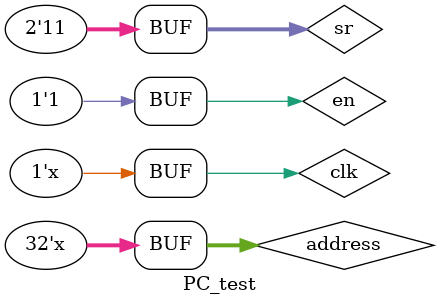
<source format=v>
`timescale 1ns / 1ps


module PC_test;

	// Inputs
	reg clk;
	reg en;
	reg [1:0] sr;
	reg [31:0] address;

	// Outputs
	wire [31:0] pcout;

	// Instantiate the Unit Under Test (UUT)
	ProgramCounter uut (
		.clk(clk), 
		.en(en), 
		.sr(sr), 
		.address(address), 
		.pcout(pcout)
	);

	initial begin
		// Initialize Inputs
		clk = 0;
		en = 1;
		sr = 1;		//store 11110100 + 4
		address=244;
		// Wait 100 ns for global reset to finish
		#100;
      sr=0;
		#100;
		sr=3;			//restore 11110100+4
		// Add stimulus here

	end
			always begin #26 clk=~clk; end
			always begin #33 address=address+4; end
endmodule


</source>
